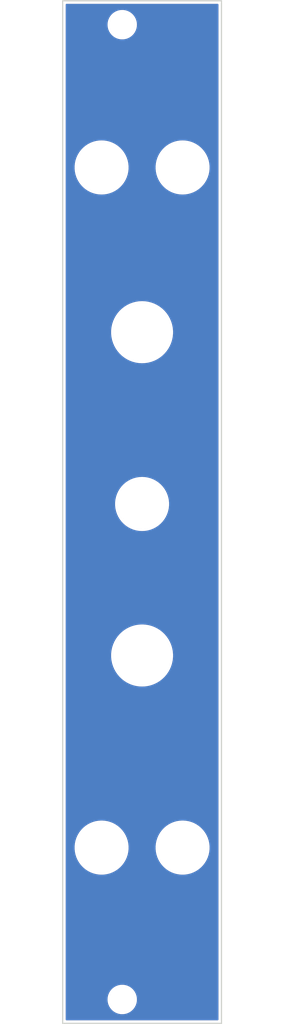
<source format=kicad_pcb>
(kicad_pcb (version 20211014) (generator pcbnew)
  (title_block (title "Panel for Eurorack Audiout Module") (date "2021-12-01") (rev "1.0") (company "Len Popp") (comment 1 "Copyright © 2021 Len Popp CC BY") (comment 2 "4 HP") (comment 3 "Mounting holes match Delptronics panels"))
  (layers (0 "F.Cu" signal) (31 "B.Cu" signal) (34 "B.Paste" user) (35 "F.Paste" user) (36 "B.SilkS" user "B.Silkscreen") (37 "F.SilkS" user "F.Silkscreen") (38 "B.Mask" user) (39 "F.Mask" user) (44 "Edge.Cuts" user))
  (net 0 "")
  (footprint "-lmp-holes:MountingHole_Jack_3.5mm_PJ398" (layer "F.Cu") (at 150 113.234)
    (fp_text reference "REF**" hide)
    (fp_text value "MountingHole_Jack_3.5mm_PJ398")
    (pad "" np_thru_hole circle locked (at 0 0) (size 6.3 6.3) (drill 6.3) (layers *.Cu *.Mask))
  )
  (footprint "-lmp-holes:MountingHole_Jack_3.5mm_PJ398" (layer "F.Cu") (at 155.1 156.415)
    (fp_text reference "REF**" hide)
    (fp_text value "MountingHole_Jack_3.5mm_PJ398")
    (pad "" np_thru_hole circle locked (at 0 0) (size 6.3 6.3) (drill 6.3) (layers *.Cu *.Mask))
  )
  (footprint "-lmp-holes:MountingHole_Pot_Alpha" (layer "F.Cu") (at 150 91.644)
    (fp_text reference "REF**" hide)
    (fp_text value "MountingHole_Pot_Alpha")
    (pad "" np_thru_hole circle locked (at 0 0) (size 7.3 7.3) (drill 7.3) (layers *.Cu *.Mask))
  )
  (footprint "-lmp-holes:MountingHole_Panel_3.2mm_M3" (layer "F.Cu") (at 147.5 53)
    (fp_text reference "REF**" hide)
    (fp_text value "MountingHole_Panel_3.2mm_M3")
    (pad "" np_thru_hole circle locked (at 0 0) (size 3.2 3.2) (drill 3.2) (layers *.Cu *.Mask))
  )
  (footprint "-lmp-holes:MountingHole_Panel_3.2mm_M3" (layer "F.Cu") (at 147.5 175.5)
    (fp_text reference "REF**" hide)
    (fp_text value "MountingHole_Panel_3.2mm_M3")
    (pad "" np_thru_hole circle locked (at 0 0) (size 3.2 3.2) (drill 3.2) (layers *.Cu *.Mask))
  )
  (footprint "-lmp-holes:MountingHole_Jack_3.5mm_PJ398" (layer "F.Cu") (at 155.1 70.944)
    (fp_text reference "REF**" hide)
    (fp_text value "MountingHole_Jack_3.5mm_PJ398")
    (pad "" np_thru_hole circle locked (at 0 0) (size 6.3 6.3) (drill 6.3) (layers *.Cu *.Mask))
  )
  (footprint "-lmp-holes:MountingHole_Pot_Alpha" (layer "F.Cu") (at 150 132.274)
    (fp_text reference "REF**" hide)
    (fp_text value "MountingHole_Pot_Alpha")
    (pad "" np_thru_hole circle locked (at 0 0) (size 7.3 7.3) (drill 7.3) (layers *.Cu *.Mask))
  )
  (footprint "-lmp-holes:MountingHole_Jack_3.5mm_PJ398" (layer "F.Cu") (at 144.9 156.415)
    (fp_text reference "REF**" hide)
    (fp_text value "MountingHole_Jack_3.5mm_PJ398")
    (pad "" np_thru_hole circle locked (at 0 0) (size 6.3 6.3) (drill 6.3) (layers *.Cu *.Mask))
  )
  (footprint "-lmp-holes:MountingHole_Jack_3.5mm_PJ398" (layer "F.Cu") (at 144.9 70.944)
    (fp_text reference "REF**" hide)
    (fp_text value "MountingHole_Jack_3.5mm_PJ398")
    (pad "" np_thru_hole circle locked (at 0 0) (size 6.3 6.3) (drill 6.3) (layers *.Cu *.Mask))
  )
  (gr_line (start 139.999999 50.000002) (end 160.00001 50.000002) (layer "Edge.Cuts") (width 0.1524))
  (gr_line (start 160.00001 178.499999) (end 139.999999 178.499999) (layer "Edge.Cuts") (width 0.1524))
  (gr_line (start 160.00001 50.000002) (end 160.00001 178.499999) (layer "Edge.Cuts") (width 0.1524))
  (gr_line (start 139.999999 178.499999) (end 139.999999 50.000002) (layer "Edge.Cuts") (width 0.1524))
  (zone (net 0) (net_name "") (layer "F.Cu") (connect_pads (clearance 0.2032)) (min_thickness 0.2032) (fill yes (thermal_gap 0.508) (thermal_bridge_width 0.508))
    (polygon (pts (xy 160.1 178.6) (xy 139.9 178.6) (xy 139.9 49.9) (xy 160.1 49.9)))
  )
  (zone (net 0) (net_name "") (layer "B.Cu") (connect_pads (clearance 0.2032)) (min_thickness 0.2032) (fill yes (thermal_gap 0.508) (thermal_bridge_width 0.508))
    (polygon (pts (xy 160.1 178.6) (xy 139.9 178.6) (xy 139.9 49.9) (xy 160.1 49.9)))
  )
)
</source>
